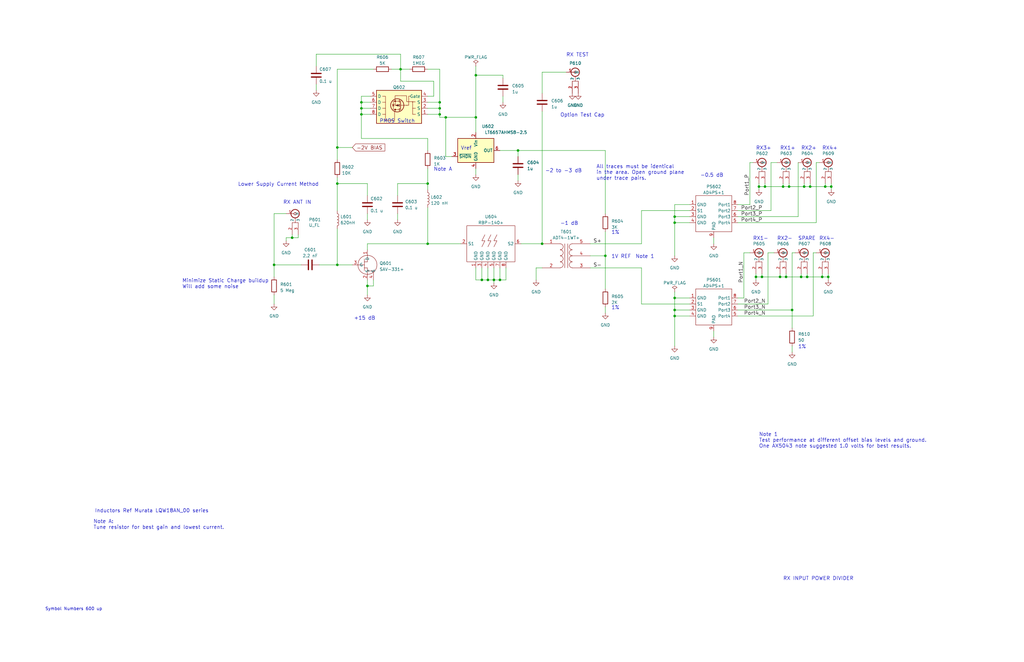
<source format=kicad_sch>
(kicad_sch (version 20230121) (generator eeschema)
  (paper "USLedger")
  (title_block (title "Radiation Tolerant PacSat Communication") (date "2023-06-17") (rev "A") (company "AMSAT-NA") (comment 1 "N5BRG"))
  (lib_symbols
    (symbol "Device:C" (pin_numbers hide) (pin_names (offset 0.254))
      (property "Reference" "C" (at 0.635 2.54 0))
      (property "Value" "C" (at 0.635 -2.54 0))
      (symbol "C_0_1"
        (polyline (pts (xy -2.032 -0.762) (xy 2.032 -0.762)) (stroke (width 0.508)))
        (polyline (pts (xy -2.032 0.762) (xy 2.032 0.762)) (stroke (width 0.508)))
      )
      (symbol "C_1_1"
        (pin passive line (at 0 3.81 270) (length 2.794) (name "~") (number "1"))
        (pin passive line (at 0 -3.81 90) (length 2.794) (name "~") (number "2"))
      )
    )
    (symbol "Device:L" (pin_numbers hide) (pin_names (offset 1.016) hide)
      (property "Reference" "L" (at -1.27 0 90))
      (property "Value" "L" (at 1.905 0 90))
      (symbol "L_0_1"
        (arc (start 0 -2.54) (mid 0.6323 -1.905) (end 0 -1.27))
        (arc (start 0 -1.27) (mid 0.6323 -0.635) (end 0 0))
        (arc (start 0 0) (mid 0.6323 0.635) (end 0 1.27))
        (arc (start 0 1.27) (mid 0.6323 1.905) (end 0 2.54))
      )
      (symbol "L_1_1"
        (pin passive line (at 0 3.81 270) (length 1.27) (name "1") (number "1"))
        (pin passive line (at 0 -3.81 90) (length 1.27) (name "2") (number "2"))
      )
    )
    (symbol "Device:R" (pin_numbers hide) (pin_names (offset 0))
      (property "Reference" "R" (at 2.032 0 90))
      (property "Value" "R" (at 0 0 90))
      (symbol "R_0_1"
        (rectangle (start -1.016 -2.54) (end 1.016 2.54) (stroke (width 0.254)))
      )
      (symbol "R_1_1"
        (pin passive line (at 0 3.81 270) (length 1.27) (name "~") (number "1"))
        (pin passive line (at 0 -3.81 90) (length 1.27) (name "~") (number "2"))
      )
    )
    (symbol "PACSAT_DEV_misc:TPS1100"
      (property "Reference" "Q?" (at 6.35 -8.89 0))
      (symbol "TPS1100_0_1"
        (rectangle (start -8.89 7.62) (end 10.16 -6.35) (stroke (width 0.254)) (fill (type background)))
        (polyline (pts (xy -2.54 0) (xy -3.4176 -0.012)))
        (polyline (pts (xy 0 0) (xy -2.794 0)))
        (polyline (pts (xy 0 1.905) (xy 0 -1.905)) (stroke (width 0.254)))
        (polyline (pts (xy 0.508 -1.27) (xy 0.508 -2.286)) (stroke (width 0.254)))
        (polyline (pts (xy 0.508 0.508) (xy 0.508 -0.508)) (stroke (width 0.254)))
        (polyline (pts (xy 0.508 2.286) (xy 0.508 1.27)) (stroke (width 0.254)))
        (polyline (pts (xy 2.286 2.54) (xy 2.286 1.778)))
        (polyline (pts (xy 6.35 -1.27) (xy 7.62 -1.27)))
        (polyline (pts (xy 6.35 1.27) (xy 7.62 1.27)))
        (polyline (pts (xy 6.35 3.81) (xy 7.62 3.81)))
        (polyline (pts (xy -5.08 -1.27) (xy -5.08 1.27) (xy -6.35 1.27)))
        (polyline (pts (xy -5.08 -1.27) (xy -5.0512 -1.5491) (xy -5.031 -1.448)))
        (polyline (pts (xy -5.08 1.27) (xy -5.08 3.81) (xy -6.35 3.81)))
        (polyline (pts (xy -4.9501 -1.4683) (xy -6.1836 -1.4683) (xy -6.1229 -1.3874)))
        (polyline (pts (xy -3.4162 -0.0461) (xy -3.4162 -3.8561) (xy -4.2419 -3.8037)))
        (polyline (pts (xy 2.286 -2.54) (xy 2.286 0) (xy 0.508 0)))
        (polyline (pts (xy 0.508 1.778) (xy 3.048 1.778) (xy 3.048 -1.778) (xy 0.508 -1.778)))
        (polyline (pts (xy 2.032 0) (xy 1.016 0.381) (xy 1.016 -0.381) (xy 2.032 0)) (fill (type outline)))
        (polyline (pts (xy 2.54 -0.508) (xy 2.667 -0.381) (xy 3.429 -0.381) (xy 3.556 -0.254)))
        (polyline (pts (xy 3.048 -0.381) (xy 2.667 0.254) (xy 3.429 0.254) (xy 3.048 -0.381)))
        (polyline (pts (xy 2.3285 -2.7575) (xy 2.3285 -4.0275) (xy -2.5549 -4.0212) (xy -2.5549 -1.5919) (xy -5.2915 -1.4875)))
        (polyline (pts (xy 2.54 2.54) (xy 2.54 6.35) (xy 6.35 6.35) (xy 6.35 -3.81) (xy 7.62 -3.81)))
        (circle (center 1.397 0) (radius 2.794) (stroke (width 0.254)))
        (circle (center 2.286 -1.778) (radius 0.254) (fill (type outline)))
        (circle (center 2.286 1.778) (radius 0.254) (fill (type outline)))
      )
      (symbol "TPS1100_1_1"
        (pin passive line (at -11.43 3.81 0) (length 2.54) (name "S") (number "1"))
        (pin passive line (at -11.43 1.27 0) (length 2.54) (name "S") (number "2"))
        (pin passive line (at -11.43 -1.27 0) (length 2.54) (name "S") (number "3"))
        (pin input line (at -11.43 -3.81 0) (length 2.54) (name "Gate") (number "4"))
        (pin passive line (at 12.7 -3.81 180) (length 2.54) (name "D") (number "5"))
        (pin passive line (at 12.7 -1.27 180) (length 2.54) (name "D") (number "6"))
        (pin passive line (at 12.7 1.27 180) (length 2.54) (name "D") (number "7"))
        (pin passive line (at 12.7 3.81 180) (length 2.54) (name "D") (number "8"))
      )
    )
    (symbol "PACSAT_DEV_misc:U_FL"
      (property "Reference" "U" (at -3.81 2.54 0))
      (symbol "U_FL_0_1"
        (polyline (pts (xy -1.27 -3.81) (xy 1.27 -3.81)))
        (polyline (pts (xy 0 -3.81) (xy 0 -1.778)))
        (circle (center 0 0) (radius 0.508) (stroke (width 0.2032)))
        (circle (center 0 0) (radius 1.778) (stroke (width 0.3048)))
      )
      (symbol "U_FL_1_1"
        (pin bidirectional line (at -3.81 0 0) (length 3.302) (name "In") (number "1"))
        (pin power_in line (at -1.27 -8.89 90) (length 5.08) (name "2") (number "2"))
        (pin power_in line (at 1.27 -8.89 90) (length 5.08) (name "3") (number "3"))
      )
    )
    (symbol "PACSAT_Minicircuits:AD4PS+1"
      (property "Reference" "PS602" (at 0 11.43 0))
      (property "Value" "AD4PS+1" (at 0 8.89 0))
      (symbol "AD4PS+1_0_1"
        (rectangle (start -7.62 7.62) (end 7.62 -7.62))
      )
      (symbol "AD4PS+1_1_1"
        (pin power_in line (at -10.16 3.81 0) (length 2.54) (name "GND") (number "1"))
        (pin input line (at -10.16 1.27 0) (length 2.54) (name "S1") (number "2"))
        (pin power_in line (at -10.16 -1.27 0) (length 2.54) (name "GND") (number "3"))
        (pin power_in line (at -10.16 -3.81 0) (length 2.54) (name "GND") (number "4"))
        (pin output line (at 10.16 -3.81 180) (length 2.54) (name "Port4") (number "5"))
        (pin output line (at 10.16 -1.27 180) (length 2.54) (name "Port3") (number "6"))
        (pin output line (at 10.16 1.27 180) (length 2.54) (name "Port2") (number "7"))
        (pin output line (at 10.16 3.81 180) (length 2.54) (name "Port1") (number "8"))
        (pin power_in line (at 0 -10.16 90) (length 2.54) (name "PAD") (number "9"))
      )
    )
    (symbol "PACSAT_Minicircuits:RBP-140+_1"
      (property "Reference" "U603" (at 10.16 5.08 0))
      (property "Value" "RBP-140+" (at 10.16 2.54 0))
      (symbol "RBP-140+_1_0_0"
        (polyline (pts (xy 6.35 -8.89) (xy 7.62 -6.35) (xy 6.35 -6.35) (xy 7.62 -3.81)))
        (polyline (pts (xy 8.89 -8.89) (xy 10.16 -6.35) (xy 8.89 -6.35) (xy 10.16 -3.81)))
        (polyline (pts (xy 11.43 -8.89) (xy 12.7 -6.35) (xy 11.43 -6.35) (xy 12.7 -3.81)))
      )
      (symbol "RBP-140+_1_0_1"
        (rectangle (start 0 0) (end 20.32 -15.24))
      )
      (symbol "RBP-140+_1_1_1"
        (pin power_in line (at 3.81 -17.78 90) (length 2.54) (name "GND") (number "1"))
        (pin input line (at -2.54 -7.62 0) (length 2.54) (name "S1") (number "2"))
        (pin power_in line (at 6.35 -17.78 90) (length 2.54) (name "GND") (number "3"))
        (pin power_in line (at 8.89 -17.78 90) (length 2.54) (name "GND") (number "4"))
        (pin power_in line (at 11.43 -17.78 90) (length 2.54) (name "GND") (number "5"))
        (pin output line (at 22.86 -7.62 180) (length 2.54) (name "S2") (number "6"))
        (pin power_in line (at 13.97 -17.78 90) (length 2.54) (name "GND") (number "7"))
        (pin power_in line (at 16.51 -17.78 90) (length 2.54) (name "GND") (number "8"))
      )
    )
    (symbol "PACSAT_Minicircuits:SAV-331+"
      (property "Reference" "U601" (at 5.08 0.635 0))
      (property "Value" "SAV-331+" (at 5.08 -1.905 0))
      (symbol "SAV-331+_0_1"
        (polyline (pts (xy -2.54 0) (xy -3.81 0)))
        (polyline (pts (xy -1.27 -1.27) (xy -1.27 -2.54)))
        (polyline (pts (xy -1.27 0) (xy -2.54 0)))
        (polyline (pts (xy -1.27 1.27) (xy -1.27 2.54)))
        (polyline (pts (xy 0 -2.54) (xy 0 -3.81)))
        (polyline (pts (xy 0 1.27) (xy 0 2.54)))
        (polyline (pts (xy 0 2.54) (xy 0 3.81)))
        (polyline (pts (xy -1.27 -1.27) (xy 0 -1.27) (xy 0 -2.54)))
        (polyline (pts (xy 0 -2.54) (xy 2.54 -2.54) (xy 2.54 -3.81)))
        (polyline (pts (xy -1.27 1.27) (xy -1.27 -1.27) (xy -1.27 1.27) (xy -1.27 0) (xy -1.27 1.27) (xy 0 1.27)))
        (circle (center 0 0) (radius 4.0161))
      )
      (symbol "SAV-331+_1_1"
        (pin input line (at 0 6.35 270) (length 2.54) (name "D") (number "1"))
        (pin input line (at 0 -6.35 90) (length 2.54) (name "S") (number "2"))
        (pin input line (at -6.35 0 0) (length 2.54) (name "G") (number "3"))
        (pin input line (at 2.54 -6.35 90) (length 2.54) (name "S") (number "4"))
      )
    )
    (symbol "PACSAT_Minicircuits:Transformer_1P_SS" (pin_names (offset 1.016) hide)
      (property "Reference" "T601" (at 0.0127 10.16 0))
      (property "Value" "ADT4-1WT" (at 0.0127 7.62 0))
      (symbol "Transformer_1P_SS_0_1"
        (arc (start -2.54 -5.0546) (mid -1.6599 -4.6901) (end -1.27 -3.81))
        (arc (start -2.54 -2.5146) (mid -1.6599 -2.1501) (end -1.27 -1.27))
        (arc (start -2.54 0.0254) (mid -1.6599 0.3899) (end -1.27 1.27))
        (arc (start -2.54 2.5654) (mid -1.6599 2.9299) (end -1.27 3.81))
        (arc (start -1.27 -3.81) (mid -1.642 -2.912) (end -2.54 -2.54))
        (arc (start -1.27 -1.27) (mid -1.642 -0.372) (end -2.54 0))
        (arc (start -1.27 1.27) (mid -1.642 2.168) (end -2.54 2.54))
        (arc (start -1.27 3.81) (mid -1.642 4.708) (end -2.54 5.08))
        (polyline (pts (xy -0.635 5.08) (xy -0.635 -5.08)))
        (polyline (pts (xy 0.635 -5.08) (xy 0.635 5.08)))
        (arc (start 1.2954 -1.27) (mid 1.6599 -2.1501) (end 2.54 -2.5146))
        (arc (start 1.2954 1.27) (mid 1.6599 0.3899) (end 2.54 0.0254))
        (arc (start 1.2954 3.81) (mid 1.6599 2.9299) (end 2.54 2.5654))
        (arc (start 1.3208 -3.81) (mid 1.6853 -4.6901) (end 2.5654 -5.0546))
        (arc (start 2.54 0) (mid 1.642 -0.372) (end 1.2954 -1.27))
        (arc (start 2.54 2.54) (mid 1.642 2.168) (end 1.2954 1.27))
        (arc (start 2.54 5.08) (mid 1.642 4.708) (end 1.2954 3.81))
        (arc (start 2.5654 -2.54) (mid 1.6674 -2.912) (end 1.3208 -3.81))
      )
      (symbol "Transformer_1P_SS_1_1"
        (pin passive line (at -10.16 5.08 0) (length 7.62) (name "AA") (number "1"))
        (pin passive line (at -10.16 -5.08 0) (length 7.62) (name "AB") (number "2"))
        (pin passive line (at 10.16 -5.08 180) (length 7.62) (name "SA") (number "3"))
        (pin passive line (at 10.16 0 180) (length 7.62) (name "SC") (number "4"))
        (pin passive line (at 10.16 5.08 180) (length 7.62) (name "SB") (number "5"))
        (pin no_connect line (at 0 -7.62 0) (length 2.54) hide (name "NC") (number "6"))
      )
    )
    (symbol "Reference_Voltage:LT6657AHMS8-2.5"
      (property "Reference" "U" (at -7.62 6.35 0))
      (property "Value" "LT6657AHMS8-2.5" (at 2.54 6.35 0))
      (symbol "LT6657AHMS8-2.5_0_1"
        (rectangle (start -7.62 5.08) (end 7.62 -5.08) (stroke (width 0.254)) (fill (type background)))
      )
      (symbol "LT6657AHMS8-2.5_1_1"
        (pin no_connect line (at 7.62 -2.54 180) (length 2.54) hide (name "DNC") (number "1"))
        (pin power_in line (at 0 7.62 270) (length 2.54) (name "Vin") (number "2"))
        (pin input line (at -10.16 -2.54 0) (length 2.54) (name "~{SHDN}") (number "3"))
        (pin power_in line (at 0 -7.62 90) (length 2.54) (name "GND") (number "4"))
        (pin no_connect line (at -7.62 0 0) (length 2.54) hide (name "DNC") (number "5"))
        (pin power_out line (at 10.16 0 180) (length 2.54) (name "OUT") (number "6"))
        (pin no_connect line (at -7.62 2.54 0) (length 2.54) hide (name "DNC") (number "7"))
        (pin no_connect line (at 7.62 2.54 180) (length 2.54) hide (name "DNC") (number "8"))
      )
    )
    (symbol "power:GND" (power) (pin_names (offset 0))
      (property "Value" "GND" (at 0 -3.81 0))
      (symbol "GND_0_1"
        (polyline (pts (xy 0 0) (xy 0 -1.27) (xy 1.27 -1.27) (xy 0 -2.54) (xy -1.27 -1.27) (xy 0 -1.27)))
      )
      (symbol "GND_1_1"
        (pin power_in line (at 0 0 270) (length 0) hide (name "GND") (number "1"))
      )
    )
    (symbol "power:PWR_FLAG" (power) (pin_numbers hide) (pin_names (offset 0) hide)
      (property "Value" "PWR_FLAG" (at 0 3.81 0))
      (symbol "PWR_FLAG_0_0"
        (pin power_out line (at 0 0 90) (length 0) (name "pwr") (number "1"))
      )
      (symbol "PWR_FLAG_0_1"
        (polyline (pts (xy 0 0) (xy 0 1.27) (xy -1.016 1.905) (xy 0 2.54) (xy 1.016 1.905) (xy 0 1.27)))
      )
    )
  )
  (junction (at 142.24 62.23))
  (junction (at 180.34 102.87))
  (junction (at 168.91 29.21))
  (junction (at 218.44 63.5))
  (junction (at 255.27 107.95))
  (junction (at 152.4 43.18))
  (junction (at 284.48 130.81))
  (junction (at 154.94 120.65))
  (junction (at 339.09 78.74))
  (junction (at 347.98 78.74))
  (junction (at 284.48 133.35))
  (junction (at 208.28 118.11))
  (junction (at 341.63 78.74))
  (junction (at 115.57 111.76))
  (junction (at 203.2 118.11))
  (junction (at 328.93 116.84))
  (junction (at 337.82 116.84))
  (junction (at 142.24 77.47))
  (junction (at 187.96 49.53))
  (junction (at 284.48 93.98))
  (junction (at 152.4 48.26))
  (junction (at 346.71 116.84))
  (junction (at 340.36 116.84))
  (junction (at 185.42 43.18))
  (junction (at 322.58 78.74))
  (junction (at 284.48 125.73))
  (junction (at 332.74 78.74))
  (junction (at 142.24 111.76))
  (junction (at 331.47 116.84))
  (junction (at 210.82 118.11))
  (junction (at 318.77 116.84))
  (junction (at 200.66 49.53))
  (junction (at 152.4 45.72))
  (junction (at 123.19 100.33))
  (junction (at 185.42 45.72))
  (junction (at 200.66 31.75))
  (junction (at 330.2 78.74))
  (junction (at 334.01 130.81))
  (junction (at 321.31 116.84))
  (junction (at 284.48 91.44))
  (junction (at 228.6 102.87))
  (junction (at 185.42 48.26))
  (junction (at 320.04 78.74))
  (junction (at 205.74 118.11))
  (junction (at 350.52 78.74))
  (junction (at 180.34 77.47))
  (junction (at 349.25 116.84))
  (wire (pts (xy 311.15 86.36) (xy 316.23 86.36)))
  (wire (pts (xy 168.91 34.29) (xy 168.91 29.21)))
  (wire (pts (xy 156.21 40.64) (xy 152.4 40.64)))
  (wire (pts (xy 270.51 102.87) (xy 270.51 88.9)))
  (wire (pts (xy 284.48 130.81) (xy 284.48 133.35)))
  (wire (pts (xy 344.17 68.58) (xy 344.17 93.98)))
  (wire (pts (xy 270.51 128.27) (xy 290.83 128.27)))
  (wire (pts (xy 316.23 68.58) (xy 316.23 86.36)))
  (wire (pts (xy 213.36 118.11) (xy 210.82 118.11)))
  (wire (pts (xy 218.44 73.66) (xy 218.44 76.2)))
  (wire (pts (xy 341.63 78.74) (xy 347.98 78.74)))
  (wire (pts (xy 200.66 71.12) (xy 200.66 73.66)))
  (wire (pts (xy 248.92 102.87) (xy 270.51 102.87)))
  (wire (pts (xy 318.77 115.57) (xy 318.77 116.84)))
  (wire (pts (xy 200.66 27.94) (xy 200.66 31.75)))
  (wire (pts (xy 284.48 93.98) (xy 284.48 107.95)))
  (wire (pts (xy 330.2 78.74) (xy 332.74 78.74)))
  (wire (pts (xy 180.34 43.18) (xy 185.42 43.18)))
  (wire (pts (xy 205.74 118.11) (xy 208.28 118.11)))
  (wire (pts (xy 340.36 116.84) (xy 346.71 116.84)))
  (wire (pts (xy 168.91 29.21) (xy 172.72 29.21)))
  (wire (pts (xy 185.42 45.72) (xy 185.42 43.18)))
  (wire (pts (xy 200.66 31.75) (xy 212.09 31.75)))
  (wire (pts (xy 115.57 90.17) (xy 115.57 111.76)))
  (wire (pts (xy 313.69 106.68) (xy 316.23 106.68)))
  (wire (pts (xy 255.27 63.5) (xy 255.27 90.17)))
  (wire (pts (xy 317.5 68.58) (xy 316.23 68.58)))
  (wire (pts (xy 284.48 133.35) (xy 290.83 133.35)))
  (wire (pts (xy 180.34 77.47) (xy 180.34 80.01)))
  (wire (pts (xy 168.91 34.29) (xy 182.88 34.29)))
  (wire (pts (xy 152.4 48.26) (xy 156.21 48.26)))
  (wire (pts (xy 120.65 100.33) (xy 120.65 101.6)))
  (wire (pts (xy 203.2 118.11) (xy 200.66 118.11)))
  (wire (pts (xy 180.34 48.26) (xy 185.42 48.26)))
  (wire (pts (xy 180.34 45.72) (xy 185.42 45.72)))
  (wire (pts (xy 300.99 139.7) (xy 300.99 142.24)))
  (wire (pts (xy 152.4 40.64) (xy 152.4 43.18)))
  (wire (pts (xy 115.57 111.76) (xy 127 111.76)))
  (wire (pts (xy 167.64 82.55) (xy 167.64 77.47)))
  (wire (pts (xy 341.63 77.47) (xy 341.63 78.74)))
  (wire (pts (xy 187.96 49.53) (xy 187.96 66.04)))
  (wire (pts (xy 182.88 40.64) (xy 182.88 34.29)))
  (wire (pts (xy 228.6 46.99) (xy 228.6 102.87)))
  (wire (pts (xy 142.24 77.47) (xy 154.94 77.47)))
  (wire (pts (xy 284.48 91.44) (xy 290.83 91.44)))
  (wire (pts (xy 290.83 86.36) (xy 284.48 86.36)))
  (wire (pts (xy 323.85 106.68) (xy 323.85 128.27)))
  (wire (pts (xy 311.15 125.73) (xy 313.69 125.73)))
  (wire (pts (xy 210.82 113.03) (xy 210.82 118.11)))
  (wire (pts (xy 208.28 113.03) (xy 208.28 118.11)))
  (wire (pts (xy 255.27 63.5) (xy 218.44 63.5)))
  (wire (pts (xy 167.64 77.47) (xy 180.34 77.47)))
  (wire (pts (xy 125.73 99.06) (xy 125.73 100.33)))
  (wire (pts (xy 255.27 97.79) (xy 255.27 107.95)))
  (wire (pts (xy 133.35 22.86) (xy 133.35 27.94)))
  (wire (pts (xy 142.24 62.23) (xy 142.24 67.31)))
  (wire (pts (xy 318.77 116.84) (xy 318.77 118.11)))
  (wire (pts (xy 142.24 29.21) (xy 142.24 62.23)))
  (wire (pts (xy 203.2 113.03) (xy 203.2 118.11)))
  (wire (pts (xy 350.52 78.74) (xy 350.52 77.47)))
  (wire (pts (xy 123.19 99.06) (xy 123.19 100.33)))
  (wire (pts (xy 320.04 78.74) (xy 320.04 80.01)))
  (wire (pts (xy 311.15 130.81) (xy 334.01 130.81)))
  (wire (pts (xy 311.15 133.35) (xy 342.9 133.35)))
  (wire (pts (xy 284.48 93.98) (xy 290.83 93.98)))
  (wire (pts (xy 226.06 113.03) (xy 228.6 113.03)))
  (wire (pts (xy 340.36 115.57) (xy 340.36 116.84)))
  (wire (pts (xy 142.24 77.47) (xy 142.24 88.9)))
  (wire (pts (xy 154.94 118.11) (xy 154.94 120.65)))
  (wire (pts (xy 200.66 55.88) (xy 200.66 49.53)))
  (wire (pts (xy 255.27 129.54) (xy 255.27 132.08)))
  (wire (pts (xy 142.24 77.47) (xy 142.24 74.93)))
  (wire (pts (xy 218.44 66.04) (xy 218.44 63.5)))
  (wire (pts (xy 154.94 102.87) (xy 154.94 105.41)))
  (wire (pts (xy 226.06 118.11) (xy 226.06 113.03)))
  (wire (pts (xy 142.24 96.52) (xy 142.24 111.76)))
  (wire (pts (xy 339.09 77.47) (xy 339.09 78.74)))
  (wire (pts (xy 325.12 68.58) (xy 325.12 88.9)))
  (wire (pts (xy 284.48 123.19) (xy 284.48 125.73)))
  (wire (pts (xy 311.15 88.9) (xy 325.12 88.9)))
  (wire (pts (xy 334.01 146.05) (xy 334.01 148.59)))
  (wire (pts (xy 168.91 22.86) (xy 168.91 29.21)))
  (wire (pts (xy 337.82 115.57) (xy 337.82 116.84)))
  (wire (pts (xy 157.48 118.11) (xy 157.48 120.65)))
  (wire (pts (xy 228.6 30.48) (xy 228.6 39.37)))
  (wire (pts (xy 190.5 66.04) (xy 187.96 66.04)))
  (wire (pts (xy 152.4 43.18) (xy 152.4 45.72)))
  (wire (pts (xy 290.83 125.73) (xy 284.48 125.73)))
  (wire (pts (xy 210.82 118.11) (xy 208.28 118.11)))
  (wire (pts (xy 347.98 77.47) (xy 347.98 78.74)))
  (wire (pts (xy 331.47 115.57) (xy 331.47 116.84)))
  (wire (pts (xy 120.65 100.33) (xy 123.19 100.33)))
  (wire (pts (xy 321.31 116.84) (xy 328.93 116.84)))
  (wire (pts (xy 322.58 77.47) (xy 322.58 78.74)))
  (wire (pts (xy 123.19 100.33) (xy 125.73 100.33)))
  (wire (pts (xy 345.44 68.58) (xy 344.17 68.58)))
  (wire (pts (xy 180.34 58.42) (xy 180.34 63.5)))
  (wire (pts (xy 180.34 87.63) (xy 180.34 102.87)))
  (wire (pts (xy 284.48 133.35) (xy 284.48 146.05)))
  (wire (pts (xy 212.09 40.64) (xy 212.09 43.18)))
  (wire (pts (xy 167.64 90.17) (xy 167.64 92.71)))
  (wire (pts (xy 313.69 106.68) (xy 313.69 125.73)))
  (wire (pts (xy 120.65 90.17) (xy 115.57 90.17)))
  (wire (pts (xy 134.62 111.76) (xy 142.24 111.76)))
  (wire (pts (xy 180.34 29.21) (xy 185.42 29.21)))
  (wire (pts (xy 228.6 30.48) (xy 238.76 30.48)))
  (wire (pts (xy 331.47 116.84) (xy 337.82 116.84)))
  (wire (pts (xy 328.93 116.84) (xy 331.47 116.84)))
  (wire (pts (xy 270.51 113.03) (xy 270.51 128.27)))
  (wire (pts (xy 154.94 120.65) (xy 157.48 120.65)))
  (wire (pts (xy 347.98 78.74) (xy 350.52 78.74)))
  (wire (pts (xy 284.48 130.81) (xy 290.83 130.81)))
  (wire (pts (xy 334.01 130.81) (xy 334.01 138.43)))
  (wire (pts (xy 270.51 88.9) (xy 290.83 88.9)))
  (wire (pts (xy 248.92 107.95) (xy 255.27 107.95)))
  (wire (pts (xy 334.01 130.81) (xy 334.01 106.68)))
  (wire (pts (xy 200.66 118.11) (xy 200.66 113.03)))
  (wire (pts (xy 349.25 116.84) (xy 349.25 118.11)))
  (wire (pts (xy 349.25 116.84) (xy 349.25 115.57)))
  (wire (pts (xy 185.42 48.26) (xy 185.42 49.53)))
  (wire (pts (xy 185.42 49.53) (xy 187.96 49.53)))
  (wire (pts (xy 335.28 106.68) (xy 334.01 106.68)))
  (wire (pts (xy 332.74 78.74) (xy 339.09 78.74)))
  (wire (pts (xy 154.94 102.87) (xy 180.34 102.87)))
  (wire (pts (xy 115.57 111.76) (xy 115.57 116.84)))
  (wire (pts (xy 152.4 58.42) (xy 180.34 58.42)))
  (wire (pts (xy 185.42 45.72) (xy 185.42 48.26)))
  (wire (pts (xy 336.55 91.44) (xy 336.55 68.58)))
  (wire (pts (xy 284.48 91.44) (xy 284.48 93.98)))
  (wire (pts (xy 142.24 62.23) (xy 148.59 62.23)))
  (wire (pts (xy 342.9 106.68) (xy 342.9 133.35)))
  (wire (pts (xy 203.2 118.11) (xy 205.74 118.11)))
  (wire (pts (xy 311.15 93.98) (xy 344.17 93.98)))
  (wire (pts (xy 344.17 106.68) (xy 342.9 106.68)))
  (wire (pts (xy 154.94 77.47) (xy 154.94 82.55)))
  (wire (pts (xy 208.28 118.11) (xy 208.28 119.38)))
  (wire (pts (xy 200.66 31.75) (xy 200.66 49.53)))
  (wire (pts (xy 346.71 115.57) (xy 346.71 116.84)))
  (wire (pts (xy 212.09 33.02) (xy 212.09 31.75)))
  (wire (pts (xy 337.82 116.84) (xy 340.36 116.84)))
  (wire (pts (xy 152.4 45.72) (xy 152.4 48.26)))
  (wire (pts (xy 219.71 102.87) (xy 228.6 102.87)))
  (wire (pts (xy 330.2 77.47) (xy 330.2 78.74)))
  (wire (pts (xy 300.99 100.33) (xy 300.99 102.87)))
  (wire (pts (xy 115.57 124.46) (xy 115.57 128.27)))
  (wire (pts (xy 154.94 90.17) (xy 154.94 92.71)))
  (wire (pts (xy 133.35 35.56) (xy 133.35 38.1)))
  (wire (pts (xy 311.15 128.27) (xy 323.85 128.27)))
  (wire (pts (xy 152.4 43.18) (xy 156.21 43.18)))
  (wire (pts (xy 133.35 22.86) (xy 168.91 22.86)))
  (wire (pts (xy 248.92 113.03) (xy 270.51 113.03)))
  (wire (pts (xy 213.36 113.03) (xy 213.36 118.11)))
  (wire (pts (xy 255.27 107.95) (xy 255.27 121.92)))
  (wire (pts (xy 332.74 77.47) (xy 332.74 78.74)))
  (wire (pts (xy 185.42 29.21) (xy 185.42 43.18)))
  (wire (pts (xy 180.34 102.87) (xy 194.31 102.87)))
  (wire (pts (xy 322.58 78.74) (xy 330.2 78.74)))
  (wire (pts (xy 210.82 63.5) (xy 218.44 63.5)))
  (wire (pts (xy 284.48 125.73) (xy 284.48 130.81)))
  (wire (pts (xy 154.94 120.65) (xy 154.94 124.46)))
  (wire (pts (xy 311.15 91.44) (xy 336.55 91.44)))
  (wire (pts (xy 320.04 78.74) (xy 322.58 78.74)))
  (wire (pts (xy 152.4 45.72) (xy 156.21 45.72)))
  (wire (pts (xy 320.04 77.47) (xy 320.04 78.74)))
  (wire (pts (xy 318.77 116.84) (xy 321.31 116.84)))
  (wire (pts (xy 321.31 115.57) (xy 321.31 116.84)))
  (wire (pts (xy 284.48 86.36) (xy 284.48 91.44)))
  (wire (pts (xy 142.24 111.76) (xy 148.59 111.76)))
  (wire (pts (xy 180.34 71.12) (xy 180.34 77.47)))
  (wire (pts (xy 327.66 68.58) (xy 325.12 68.58)))
  (wire (pts (xy 328.93 115.57) (xy 328.93 116.84)))
  (wire (pts (xy 346.71 116.84) (xy 349.25 116.84)))
  (wire (pts (xy 152.4 48.26) (xy 152.4 58.42)))
  (wire (pts (xy 180.34 40.64) (xy 182.88 40.64)))
  (wire (pts (xy 187.96 49.53) (xy 200.66 49.53)))
  (wire (pts (xy 205.74 113.03) (xy 205.74 118.11)))
  (wire (pts (xy 350.52 78.74) (xy 350.52 80.01)))
  (wire (pts (xy 142.24 29.21) (xy 157.48 29.21)))
  (wire (pts (xy 326.39 106.68) (xy 323.85 106.68)))
  (wire (pts (xy 339.09 78.74) (xy 341.63 78.74)))
  (wire (pts (xy 165.1 29.21) (xy 168.91 29.21)))
  (text "RX ANT IN" (at 119.38 86.36 0) (effects (font (size 1.524 1.524)) (justify left bottom)))
  (text "Vref" (at 194.31 63.5 0) (effects (font (size 1.524 1.524)) (justify left bottom)))
  (text "-0.5 dB" (at 295.275 74.93 0) (effects (font (size 1.524 1.524)) (justify left bottom)))
  (text "Note 1\nTest performance at different offset bias levels and ground.\nOne AX5043 note suggested 1.0 volts for best results." (at 320.04 189.23 0) (effects (font (size 1.524 1.524)) (justify left bottom)))
  (text "RX4-" (at 345.44 101.6 0) (effects (font (size 1.524 1.524)) (justify left bottom)))
  (text "Lower Supply Current Method" (at 100.33 78.74 0) (effects (font (size 1.524 1.524)) (justify left bottom)))
  (text "All traces must be identical\nin the area. Open ground plane \nunder trace pairs." (at 251.46 76.2 0) (effects (font (size 1.524 1.524)) (justify left bottom)))
  (text "RX3+" (at 318.77 63.5 0) (effects (font (size 1.524 1.524)) (justify left bottom)))
  (text "Note A" (at 182.88 72.39 0) (effects (font (size 1.524 1.524)) (justify left bottom)))
  (text "1%" (at 336.55 147.32 0) (effects (font (size 1.524 1.524)) (justify left bottom)))
  (text "1%" (at 257.81 130.81 0) (effects (font (size 1.524 1.524)) (justify left bottom)))
  (text "Note A:\nTune resistor for best gain and lowest current." (at 39.37 223.52 0) (effects (font (size 1.524 1.524)) (justify left bottom)))
  (text "Option Test Cap" (at 236.22 49.53 0) (effects (font (size 1.524 1.524)) (justify left bottom)))
  (text "PMOS Switch" (at 160.02 52.07 0) (effects (font (size 1.524 1.524)) (justify left bottom)))
  (text "RX2+" (at 337.82 63.5 0) (effects (font (size 1.524 1.524)) (justify left bottom)))
  (text "RX1+" (at 328.93 63.5 0) (effects (font (size 1.524 1.524)) (justify left bottom)))
  (text "SPARE" (at 336.55 101.6 0) (effects (font (size 1.524 1.524)) (justify left bottom)))
  (text "RX4+" (at 346.71 63.5 0) (effects (font (size 1.524 1.524)) (justify left bottom)))
  (text "RX1-" (at 317.5 101.6 0) (effects (font (size 1.524 1.524)) (justify left bottom)))
  (text "Minimize Static Charge buildup\nWill add some noise" (at 76.835 121.92 0) (effects (font (size 1.524 1.524)) (justify left bottom)))
  (text "-1 dB" (at 236.22 95.25 0) (effects (font (size 1.524 1.524)) (justify left bottom)))
  (text "RX INPUT POWER DIVIDER" (at 330.2 245.11 0) (effects (font (size 1.524 1.524)) (justify left bottom)))
  (text "+15 dB" (at 149.225 135.255 0) (effects (font (size 1.524 1.524)) (justify left bottom)))
  (text "RX2-" (at 327.66 101.6 0) (effects (font (size 1.524 1.524)) (justify left bottom)))
  (text "Note 1" (at 267.97 109.22 0) (effects (font (size 1.524 1.524)) (justify left bottom)))
  (text "-2 to -3 dB" (at 229.87 73.025 0) (effects (font (size 1.524 1.524)) (justify left bottom)))
  (text "1%" (at 257.81 99.06 0) (effects (font (size 1.524 1.524)) (justify left bottom)))
  (text "Symbol Numbers 600 up" (at 19.05 257.81 0) (effects (font (size 1.27 1.27)) (justify left bottom)))
  (text "RX TEST" (at 238.76 24.13 0) (effects (font (size 1.524 1.524)) (justify left bottom)))
  (text "1V REF" (at 257.81 109.22 0) (effects (font (size 1.524 1.524)) (justify left bottom)))
  (text "Inductors Ref Murata LQW18AN_00 series" (at 40.005 216.535 0) (effects (font (size 1.524 1.524)) (justify left bottom)))
  (label "S+" (at 250.19 102.87 0) (effects (font (size 1.524 1.524))))
  (label "S-" (at 250.19 113.03 0) (effects (font (size 1.524 1.524))))
  (label "Port2_N" (at 313.69 128.27 0) (effects (font (size 1.524 1.524))))
  (label "Port3_N" (at 313.69 130.81 0) (effects (font (size 1.524 1.524))))
  (label "Port1_N" (at 313.69 119.38 90) (effects (font (size 1.524 1.524))))
  (label "Port3_P" (at 312.42 91.44 0) (effects (font (size 1.524 1.524))))
  (label "Port2_P" (at 312.42 88.9 0) (effects (font (size 1.524 1.524))))
  (label "Port4_P" (at 312.42 93.98 0) (effects (font (size 1.524 1.524))))
  (label "Port1_P" (at 316.23 82.55 90) (effects (font (size 1.524 1.524))))
  (label "Port4_N" (at 313.69 133.35 0) (effects (font (size 1.524 1.524))))
  (global_label "-2V BIAS" (shape input) (at 148.59 62.23 0) (effects (font (size 1.524 1.524))) (property "Intersheetrefs" "${INTERSHEET_REFS}" (effects hide)))
  (symbol (lib_id "Device:R") (at 334.01 142.24 0) (unit 1)
    (property "Reference" "R610" (at 336.55 140.97 0) (effects (justify left)))
    (property "Value" "50" (at 336.55 143.51 0) (effects (justify left)))
    (property "Footprint" "Resistor_SMD:R_0603_1608Metric_Pad0.98x0.95mm_HandSolder" (effects hide))
  )
  (symbol (lib_id "power:GND") (at 133.35 38.1 0) (unit 1)
    (property "Reference" "#PWR0192" (effects hide))
    (property "Value" "GND" (at 133.35 43.18 0))
  )
  (symbol (lib_id "power:GND") (at 334.01 148.59 0) (unit 1)
    (property "Reference" "#PWR0621" (effects hide))
    (property "Value" "GND" (at 334.01 153.67 0))
  )
  (symbol (lib_id "power:GND") (at 120.65 101.6 0) (unit 1)
    (property "Reference" "#PWR0605" (effects hide))
    (property "Value" "GND" (at 120.65 106.68 0))
  )
  (symbol (lib_id "power:GND") (at 154.94 92.71 0) (unit 1)
    (property "Reference" "#PWR0603" (effects hide))
    (property "Value" "GND" (at 154.94 97.79 0))
  )
  (symbol (lib_id "Device:R") (at 161.29 29.21 90) (mirror x) (unit 1)
    (property "Reference" "R606" (at 161.29 24.13 90))
    (property "Value" "5K" (at 161.29 26.67 90))
    (property "Footprint" "Resistor_SMD:R_0603_1608Metric_Pad0.98x0.95mm_HandSolder" (effects hide))
  )
  (symbol (lib_id "power:GND") (at 320.04 80.01 0) (unit 1)
    (property "Reference" "#PWR0614" (effects hide))
    (property "Value" "GND" (at 320.04 85.09 0))
  )
  (symbol (lib_id "power:GND") (at 167.64 92.71 0) (unit 1)
    (property "Reference" "#PWR0604" (effects hide))
    (property "Value" "GND" (at 167.64 97.79 0))
  )
  (symbol (lib_id "Device:R") (at 176.53 29.21 90) (mirror x) (unit 1)
    (property "Reference" "R607" (at 176.53 24.13 90))
    (property "Value" "1MEG" (at 176.53 26.67 90))
    (property "Footprint" "Resistor_SMD:R_0603_1608Metric_Pad0.98x0.95mm_HandSolder" (effects hide))
  )
  (symbol (lib_id "power:GND") (at 300.99 102.87 0) (unit 1)
    (property "Reference" "#PWR0726" (effects hide))
    (property "Value" "GND" (at 300.99 107.95 0))
  )
  (symbol (lib_id "PACSAT_Minicircuits:AD4PS+1") (at 300.99 90.17 0) (unit 1)
    (property "Reference" "PS602" (at 300.99 78.74 0))
    (property "Value" "AD4PS+1" (at 300.99 81.28 0))
    (property "Footprint" "PacSatDev_MiniCircuits:CJ725" (effects hide))
  )
  (symbol (lib_id "Device:C") (at 228.6 43.18 0) (unit 1)
    (property "Reference" "C606" (at 232.41 42.545 0) (effects (justify left)))
    (property "Value" "1u" (at 232.41 45.085 0) (effects (justify left)))
    (property "Footprint" "Capacitor_SMD:C_0603_1608Metric_Pad1.08x0.95mm_HandSolder" (effects hide))
  )
  (symbol (lib_id "PACSAT_DEV_misc:U_FL") (at 340.36 68.58 0) (unit 1)
    (property "Reference" "P604" (at 337.82 64.77 0) (effects (justify left)))
    (property "Value" "~" (at 340.36 68.58 0))
    (property "Footprint" "PacSatDev_misc:U_FL" (effects hide))
  )
  (symbol (lib_id "power:GND") (at 212.09 43.18 0) (unit 1)
    (property "Reference" "#PWR0191" (effects hide))
    (property "Value" "GND" (at 212.09 48.26 0))
  )
  (symbol (lib_id "power:GND") (at 115.57 128.27 0) (unit 1)
    (property "Reference" "#PWR0601" (effects hide))
    (property "Value" "GND" (at 115.57 133.35 0))
  )
  (symbol (lib_id "PACSAT_DEV_misc:U_FL") (at 124.46 90.17 0) (unit 1)
    (property "Reference" "P601" (at 130.2258 92.6846 0) (effects (justify left)))
    (property "Value" "U_FL" (at 130.2258 94.996 0) (effects (justify left)))
    (property "Footprint" "PacSatDev_misc:U_FL" (effects hide))
  )
  (symbol (lib_id "Reference_Voltage:LT6657AHMS8-2.5") (at 200.66 63.5 0) (unit 1)
    (property "Reference" "U602" (at 205.74 53.34 0))
    (property "Value" "LT6657AHMS8-2.5" (at 213.36 55.88 0))
    (property "Footprint" "Package_SO:MSOP-8_3x3mm_P0.65mm" (effects hide))
    (property "Datasheet" "https://www.analog.com/media/en/technical-documentation/data-sheets/6657fd.pdf" (effects hide))
  )
  (symbol (lib_id "power:GND") (at 241.3 39.37 0) (unit 1)
    (property "Reference" "#PWR0729" (effects hide))
    (property "Value" "GND" (at 241.3 44.45 0))
  )
  (symbol (lib_id "PACSAT_Minicircuits:Transformer_1P_SS") (at 238.76 107.95 0) (unit 1)
    (property "Reference" "T601" (at 238.7727 97.79 0))
    (property "Value" "ADT4-1WT+" (at 238.7727 100.33 0))
    (property "Footprint" "RF_Mini-Circuits:Mini-Circuits_CD542_H2.84mm" (effects hide))
  )
  (symbol (lib_id "PACSAT_Minicircuits:SAV-331+") (at 154.94 111.76 0) (unit 1)
    (property "Reference" "Q601" (at 160.02 111.125 0) (effects (justify left)))
    (property "Value" "SAV-331+" (at 160.02 113.665 0) (effects (justify left)))
    (property "Footprint" "PacSatDev_misc:TB-471" (effects hide))
  )
  (symbol (lib_id "power:GND") (at 208.28 119.38 0) (unit 1)
    (property "Reference" "#PWR0607" (effects hide))
    (property "Value" "GND" (at 208.28 124.46 0))
  )
  (symbol (lib_id "PACSAT_DEV_misc:U_FL") (at 330.2 106.68 0) (unit 1)
    (property "Reference" "P606" (at 327.66 102.87 0) (effects (justify left)))
    (property "Value" "~" (at 330.2 106.68 0))
    (property "Footprint" "PacSatDev_misc:U_FL" (effects hide))
  )
  (symbol (lib_id "Device:C") (at 133.35 31.75 0) (unit 1)
    (property "Reference" "C607" (at 134.62 29.21 0) (effects (justify left)))
    (property "Value" "0.1 u" (at 134.62 34.29 0) (effects (justify left)))
    (property "Footprint" "Capacitor_SMD:C_0603_1608Metric_Pad1.08x0.95mm_HandSolder" (effects hide))
  )
  (symbol (lib_id "Device:L") (at 142.24 92.71 0) (unit 1)
    (property "Reference" "L601" (at 143.51 91.44 0) (effects (justify left)))
    (property "Value" "620nH" (at 143.51 93.98 0) (effects (justify left)))
    (property "Footprint" "PacSatDev_misc:L_Murata_LQH2MCNxxxx02_2.0x1.6mm" (effects hide))
  )
  (symbol (lib_id "power:GND") (at 255.27 132.08 0) (unit 1)
    (property "Reference" "#PWR0610" (effects hide))
    (property "Value" "GND" (at 255.27 137.16 0))
  )
  (symbol (lib_id "power:GND") (at 349.25 118.11 0) (unit 1)
    (property "Reference" "#PWR0615" (effects hide))
    (property "Value" "GND" (at 349.25 123.19 0))
  )
  (symbol (lib_id "Device:R") (at 115.57 120.65 0) (unit 1)
    (property "Reference" "R601" (at 118.11 120.015 0) (effects (justify left)))
    (property "Value" "5 Meg" (at 118.11 122.555 0) (effects (justify left)))
    (property "Footprint" "Resistor_SMD:R_0603_1608Metric_Pad0.98x0.95mm_HandSolder" (effects hide))
  )
  (symbol (lib_id "Device:R") (at 255.27 93.98 0) (unit 1)
    (property "Reference" "R604" (at 257.81 93.345 0) (effects (justify left)))
    (property "Value" "3K" (at 257.81 95.885 0) (effects (justify left)))
    (property "Footprint" "Resistor_SMD:R_0603_1608Metric_Pad0.98x0.95mm_HandSolder" (effects hide))
  )
  (symbol (lib_id "PACSAT_Minicircuits:AD4PS+1") (at 300.99 129.54 0) (unit 1)
    (property "Reference" "PS601" (at 300.99 118.11 0))
    (property "Value" "AD4PS+1" (at 300.99 120.65 0))
    (property "Footprint" "PacSatDev_MiniCircuits:CJ725" (effects hide))
  )
  (symbol (lib_id "power:GND") (at 284.48 146.05 0) (unit 1)
    (property "Reference" "#PWR0612" (effects hide))
    (property "Value" "GND" (at 284.48 151.13 0))
  )
  (symbol (lib_id "PACSAT_DEV_misc:U_FL") (at 242.57 30.48 0) (unit 1)
    (property "Reference" "P610" (at 240.03 26.67 0) (effects (justify left)))
    (property "Value" "~" (at 242.57 30.48 0))
    (property "Footprint" "PacSatDev_misc:U_FL" (effects hide))
  )
  (symbol (lib_id "PACSAT_DEV_misc:U_FL") (at 347.98 106.68 0) (unit 1)
    (property "Reference" "P608" (at 345.44 102.87 0) (effects (justify left)))
    (property "Value" "~" (at 347.98 106.68 0))
    (property "Footprint" "PacSatDev_misc:U_FL" (effects hide))
  )
  (symbol (lib_id "Device:L") (at 180.34 83.82 0) (unit 1)
    (property "Reference" "L602" (at 181.61 83.185 0) (effects (justify left)))
    (property "Value" "120 nH" (at 181.61 85.725 0) (effects (justify left)))
    (property "Footprint" "PacSatDev_misc:L_Murata_LQH2MCNxxxx02_2.0x1.6mm" (effects hide))
  )
  (symbol (lib_id "Device:C") (at 218.44 69.85 0) (unit 1)
    (property "Reference" "C604" (at 222.25 68.5799 0) (effects (justify left)))
    (property "Value" "1u" (at 222.25 71.1199 0) (effects (justify left)))
    (property "Footprint" "Capacitor_SMD:C_0603_1608Metric_Pad1.08x0.95mm_HandSolder" (effects hide))
  )
  (symbol (lib_id "power:GND") (at 300.99 142.24 0) (unit 1)
    (property "Reference" "#PWR0727" (effects hide))
    (property "Value" "GND" (at 300.99 147.32 0))
  )
  (symbol (lib_id "PACSAT_DEV_misc:TPS1100") (at 168.91 44.45 180) (unit 1)
    (property "Reference" "Q602" (at 168.275 36.83 0))
    (property "Value" "~" (at 167.894 44.45 0))
    (property "Footprint" "Package_SO:SO-8_3.9x4.9mm_P1.27mm" (effects hide))
  )
  (symbol (lib_id "PACSAT_DEV_misc:U_FL") (at 320.04 106.68 0) (unit 1)
    (property "Reference" "P605" (at 317.5 102.87 0) (effects (justify left)))
    (property "Value" "~" (at 320.04 106.68 0))
    (property "Footprint" "PacSatDev_misc:U_FL" (effects hide))
  )
  (symbol (lib_id "PACSAT_DEV_misc:U_FL") (at 321.31 68.58 0) (unit 1)
    (property "Reference" "P602" (at 318.77 64.77 0) (effects (justify left)))
    (property "Value" "~" (at 321.31 68.58 0))
    (property "Footprint" "PacSatDev_misc:U_FL" (effects hide))
  )
  (symbol (lib_id "power:GND") (at 226.06 118.11 0) (unit 1)
    (property "Reference" "#PWR0609" (effects hide))
    (property "Value" "GND" (at 226.06 123.19 0))
  )
  (symbol (lib_id "Device:C") (at 167.64 86.36 0) (unit 1)
    (property "Reference" "C603" (at 170.815 85.0899 0) (effects (justify left)))
    (property "Value" "0.1 u" (at 170.815 87.6299 0) (effects (justify left)))
    (property "Footprint" "Capacitor_SMD:C_0603_1608Metric_Pad1.08x0.95mm_HandSolder" (effects hide))
  )
  (symbol (lib_id "PACSAT_DEV_misc:U_FL") (at 339.09 106.68 0) (unit 1)
    (property "Reference" "P607" (at 336.55 102.87 0) (effects (justify left)))
    (property "Value" "~" (at 339.09 106.68 0))
    (property "Footprint" "PacSatDev_misc:U_FL" (effects hide))
  )
  (symbol (lib_id "PACSAT_DEV_misc:U_FL") (at 331.47 68.58 0) (unit 1)
    (property "Reference" "P603" (at 328.93 64.77 0) (effects (justify left)))
    (property "Value" "~" (at 331.47 68.58 0))
    (property "Footprint" "PacSatDev_misc:U_FL" (effects hide))
  )
  (symbol (lib_id "power:GND") (at 218.44 76.2 0) (unit 1)
    (property "Reference" "#PWR0608" (effects hide))
    (property "Value" "GND" (at 218.44 81.28 0))
  )
  (symbol (lib_id "PACSAT_Minicircuits:RBP-140+_1") (at 196.85 95.25 0) (unit 1)
    (property "Reference" "U604" (at 207.01 91.44 0))
    (property "Value" "RBP-140+" (at 207.01 93.98 0))
    (property "Footprint" "RF_Mini-Circuits:Mini-Circuits_GP731" (effects hide))
  )
  (symbol (lib_id "power:GND") (at 350.52 80.01 0) (unit 1)
    (property "Reference" "#PWR0616" (effects hide))
    (property "Value" "GND" (at 350.52 85.09 0))
  )
  (symbol (lib_id "power:GND") (at 200.66 73.66 0) (unit 1)
    (property "Reference" "#PWR0606" (effects hide))
    (property "Value" "GND" (at 200.66 78.74 0))
  )
  (symbol (lib_id "power:GND") (at 243.84 39.37 0) (unit 1)
    (property "Reference" "#PWR0734" (effects hide))
    (property "Value" "GND" (at 243.84 44.45 0))
  )
  (symbol (lib_id "Device:R") (at 142.24 71.12 0) (unit 1)
    (property "Reference" "R602" (at 144.145 70.485 0) (effects (justify left)))
    (property "Value" "10K" (at 144.145 73.025 0) (effects (justify left)))
    (property "Footprint" "Resistor_SMD:R_0603_1608Metric_Pad0.98x0.95mm_HandSolder" (effects hide))
  )
  (symbol (lib_id "power:GND") (at 154.94 124.46 0) (unit 1)
    (property "Reference" "#PWR0602" (effects hide))
    (property "Value" "GND" (at 154.94 129.54 0))
  )
  (symbol (lib_id "Device:C") (at 154.94 86.36 0) (unit 1)
    (property "Reference" "C602" (at 156.21 83.82 0) (effects (justify left)))
    (property "Value" "0.1 u" (at 156.21 88.9 0) (effects (justify left)))
    (property "Footprint" "Capacitor_SMD:C_0603_1608Metric_Pad1.08x0.95mm_HandSolder" (effects hide))
  )
  (symbol (lib_id "Device:C") (at 212.09 36.83 0) (unit 1)
    (property "Reference" "C605" (at 215.9 36.195 0) (effects (justify left)))
    (property "Value" "1u" (at 215.9 38.735 0) (effects (justify left)))
    (property "Footprint" "Capacitor_SMD:C_0603_1608Metric_Pad1.08x0.95mm_HandSolder" (effects hide))
  )
  (symbol (lib_id "power:GND") (at 284.48 107.95 0) (unit 1)
    (property "Reference" "#PWR0611" (effects hide))
    (property "Value" "GND" (at 284.48 113.03 0))
  )
  (symbol (lib_id "power:PWR_FLAG") (at 284.48 123.19 0) (unit 1)
    (property "Reference" "#FLG0603" (effects hide))
    (property "Value" "PWR_FLAG" (at 284.48 119.38 0))
  )
  (symbol (lib_id "Device:R") (at 255.27 125.73 0) (unit 1)
    (property "Reference" "R605" (at 257.81 125.095 0) (effects (justify left)))
    (property "Value" "2K" (at 257.81 127.635 0) (effects (justify left)))
    (property "Footprint" "Resistor_SMD:R_0603_1608Metric_Pad0.98x0.95mm_HandSolder" (effects hide))
  )
  (symbol (lib_id "Device:C") (at 130.81 111.76 90) (unit 1)
    (property "Reference" "C601" (at 130.81 105.41 90))
    (property "Value" "2.2 nF" (at 130.81 107.95 90))
    (property "Footprint" "Capacitor_SMD:C_0603_1608Metric_Pad1.08x0.95mm_HandSolder" (effects hide))
  )
  (symbol (lib_id "Device:R") (at 180.34 67.31 0) (unit 1)
    (property "Reference" "R603" (at 182.88 66.675 0) (effects (justify left)))
    (property "Value" "1K" (at 182.88 69.215 0) (effects (justify left)))
    (property "Footprint" "Resistor_SMD:R_0603_1608Metric_Pad0.98x0.95mm_HandSolder" (effects hide))
  )
  (symbol (lib_id "power:PWR_FLAG") (at 200.66 27.94 0) (unit 1)
    (property "Reference" "#FLG0601" (effects hide))
    (property "Value" "PWR_FLAG" (at 200.66 24.13 0))
  )
  (symbol (lib_id "power:GND") (at 318.77 118.11 0) (unit 1)
    (property "Reference" "#PWR0613" (effects hide))
    (property "Value" "GND" (at 318.77 123.19 0))
  )
  (symbol (lib_id "PACSAT_DEV_misc:U_FL") (at 349.25 68.58 0) (unit 1)
    (property "Reference" "P609" (at 346.71 64.77 0) (effects (justify left)))
    (property "Value" "~" (at 349.25 68.58 0))
    (property "Footprint" "PacSatDev_misc:U_FL" (effects hide))
  )
)
</source>
